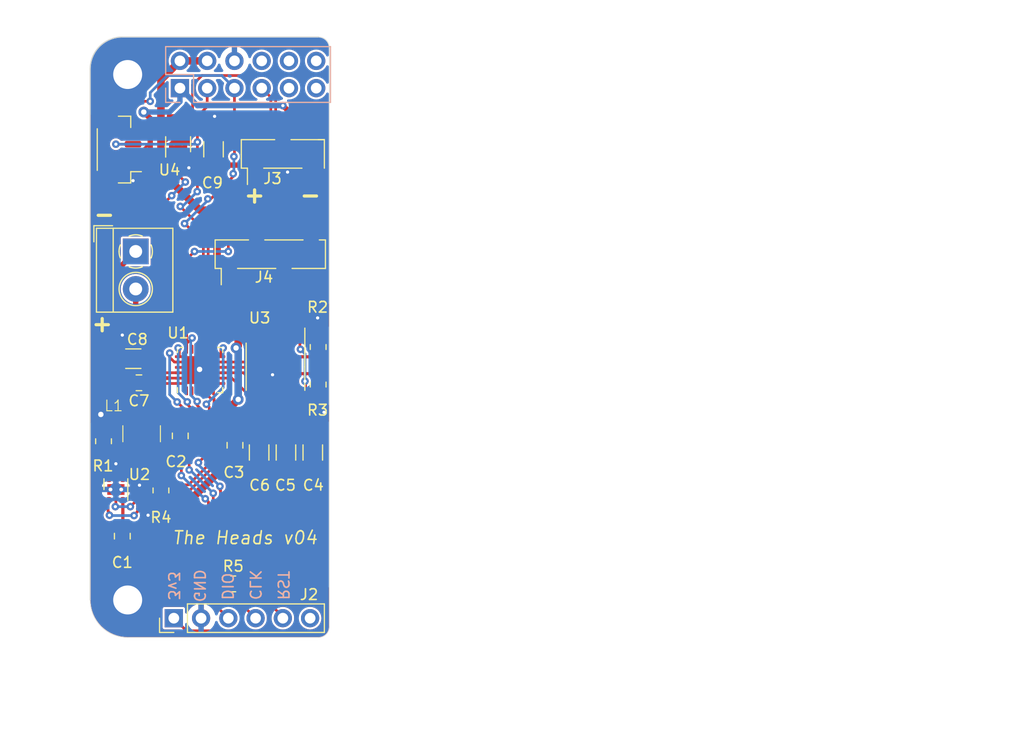
<source format=kicad_pcb>
(kicad_pcb (version 20221018) (generator pcbnew)
  (title_block (date "15 nov 2012"))
  (layers (0 "F.Cu" signal) (31 "B.Cu" signal) (34 "B.Paste" user) (35 "F.Paste" user) (36 "B.SilkS" user "B.Silkscreen") (37 "F.SilkS" user "F.Silkscreen") (38 "B.Mask" user) (39 "F.Mask" user) (44 "Edge.Cuts" user))
  (net 0 "")
  (net 1 "GND")
  (net 2 "+5V")
  (net 3 "+3V3")
  (net 4 "/+LED")
  (net 5 "/-LED")
  (net 6 "/SW")
  (net 7 "/PWM")
  (net 9 "/SDA")
  (net 10 "/SCL")
  (net 11 "/SEESAW_RST")
  (net 12 "Net-(J3-Pin_2)")
  (net 13 "/IR_EN")
  (net 20 "/AIN1")
  (net 21 "/AIN2")
  (net 22 "/BIN1")
  (net 23 "/BIN2")
  (net 28 "/LEDS")
  (net 30 "/SWDIO")
  (net 31 "/SWCLK")
  (net 32 "/AISEN")
  (net 33 "/BISEN")
  (net 34 "/VCP")
  (net 35 "/VINT")
  (net 36 "/AOUT1")
  (net 37 "/AOUT2")
  (net 38 "/BOUT1")
  (net 39 "/BOUT2")
  (footprint "Connector_PinHeader_2.54mm:PinHeader_1x04_P2.54mm_Vertical_SMD_Pin1Left" (layer "F.Cu") (at 116.79 64.255 90)
    (fp_text reference "J4")
    (fp_text value "Conn_01x04_Pin")
  )
  (footprint "Capacitor_SMD:C_1206_3216Metric" (layer "F.Cu") (at 118.25 82.75 -90)
    (fp_text reference "C5")
    (fp_text value "10uF")
  )
  (footprint "Package_DFN_QFN:QFN-24-1EP_4x4mm_P0.5mm_EP2.6x2.6mm" (layer "F.Cu") (at 110.25 75.0625 90)
    (fp_text reference "U1")
    (fp_text value "ATSAMD09D14A-M")
  )
  (footprint "Connector_JST:JST_SH_BM04B-SRSS-TB_1x04-1MP_P1.00mm_Vertical" (layer "F.Cu") (at 102.675 54.5 90)
    (fp_text reference "J6")
    (fp_text value "Conn_01x04")
  )
  (footprint "Capacitor_SMD:C_1206_3216Metric" (layer "F.Cu") (at 115.75 82.75 -90)
    (fp_text reference "C6")
    (fp_text value "10uF")
  )
  (footprint "Capacitor_SMD:C_0805_2012Metric" (layer "F.Cu") (at 103 90.55 90)
    (fp_text reference "C1")
    (fp_text value "4.7uF")
  )
  (footprint "Connector_PinHeader_2.54mm:PinHeader_1x06_P2.54mm_Vertical" (layer "F.Cu") (at 107.8 98.2 90)
    (fp_text reference "J2")
    (fp_text value "Conn_01x02")
  )
  (footprint "Capacitor_SMD:C_1206_3216Metric" (layer "F.Cu") (at 111.5 54.475 90)
    (fp_text reference "C9")
    (fp_text value "10uF")
  )
  (footprint "Resistor_SMD:R_0805_2012Metric" (layer "F.Cu") (at 106.6 86.2875 90)
    (fp_text reference "R4")
    (fp_text value "100k")
  )
  (footprint "Connector_PinHeader_2.54mm:PinHeader_1x03_P2.54mm_Vertical_SMD_Pin1Left" (layer "F.Cu") (at 117.96 54.905 90)
    (fp_text reference "J3")
    (fp_text value "Conn_01x03_Pin")
  )
  (footprint "Capacitor_SMD:C_1206_3216Metric" (layer "F.Cu") (at 104.025 74 180)
    (fp_text reference "C8")
    (fp_text value "10uF")
  )
  (footprint "Package_TO_SOT_SMD:SOT-353_SC-70-5" (layer "F.Cu") (at 108.2 54 90)
    (fp_text reference "U4")
    (fp_text value "74AHCT1G125")
  )
  (footprint "Package_SON:WSON-6-1EP_2x2mm_P0.65mm_EP1x1.6mm_ThermalVias" (layer "F.Cu") (at 102.4 86.2 90)
    (fp_text reference "U2")
    (fp_text value "~")
  )
  (footprint "TerminalBlock_4Ucon:TerminalBlock_4Ucon_1x02_P3.50mm_Horizontal" (layer "F.Cu") (at 104.25 64 -90)
    (fp_text reference "J5")
    (fp_text value "Conn_01x02")
  )
  (footprint "Capacitor_SMD:C_1206_3216Metric" (layer "F.Cu") (at 120.75 82.75 -90)
    (fp_text reference "C4")
    (fp_text value "10uF")
  )
  (footprint "Capacitor_SMD:C_0805_2012Metric" (layer "F.Cu") (at 113.5 82.075 90)
    (fp_text reference "C3")
    (fp_text value "0.1uF")
  )
  (footprint "Resistor_SMD:R_0805_2012Metric" (layer "F.Cu") (at 101.25 81.7 90)
    (fp_text reference "R1")
    (fp_text value "0.15")
  )
  (footprint "Resistor_SMD:R_0805_2012Metric" (layer "F.Cu") (at 113.3375 95)
    (fp_text reference "R5")
    (fp_text value "1k")
  )
  (footprint "Capacitor_SMD:C_0805_2012Metric" (layer "F.Cu") (at 108.4 81.2 90)
    (fp_text reference "C2")
    (fp_text value "10uF")
  )
  (footprint "Minor_Industries:Induct_1" (layer "F.Cu") (at 104.8 81 90)
    (fp_text reference "L1")
    (fp_text value "2.2uH")
  )
  (footprint "Resistor_SMD:R_0805_2012Metric" (layer "F.Cu") (at 121.25 76.4125 90)
    (fp_text reference "R3")
    (fp_text value "0.2")
  )
  (footprint "Capacitor_SMD:C_0805_2012Metric" (layer "F.Cu") (at 104.55 76.25 180)
    (fp_text reference "C7")
    (fp_text value "0.1uF")
  )
  (footprint "MountingHole:MountingHole_2.7mm_M2.5" (layer "F.Cu") (at 103.5 96.5)
    (fp_text reference "H2")
    (fp_text value "MountingHole")
  )
  (footprint "Package_SO:TSSOP-16_4.4x5mm_P0.65mm" (layer "F.Cu") (at 117.275 74.75 -90)
    (fp_text reference "U3")
    (fp_text value "DRV8833PW")
  )
  (footprint "MountingHole:MountingHole_2.7mm_M2.5" (layer "F.Cu") (at 103.5 47.5)
    (fp_text reference "H1")
    (fp_text value "MountingHole")
  )
  (footprint "Resistor_SMD:R_0805_2012Metric" (layer "F.Cu") (at 121.25 72.9125 -90)
    (fp_text reference "R2")
    (fp_text value "0.2")
  )
  (footprint "Connector_PinSocket_2.54mm:PinSocket_2x06_P2.54mm_Vertical" (layer "B.Cu") (at 108.37 48.77 -90)
    (fp_text reference "J1")
    (fp_text value "GPIO")
  )
  (gr_arc (start 103.5 100) (mid 101.025126 98.974874) (end 100 96.5) (stroke (width 0.05)) (layer "Edge.Cuts"))
  (gr_line (start 103.5 100) (end 121.292893 100) (stroke (width 0.05)) (layer "Edge.Cuts"))
  (gr_line locked (start 100 47) (end 100 96.5) (stroke (width 0.1)) (layer "Edge.Cuts"))
  (gr_arc (start 122.292893 99) (mid 122 99.707107) (end 121.292893 100) (stroke (width 0.05)) (layer "Edge.Cuts"))
  (gr_arc (start 121.292893 44) (mid 122 44.292893) (end 122.292893 45) (stroke (width 0.05)) (layer "Edge.Cuts"))
  (gr_arc (start 100 47) (mid 100.87868 44.87868) (end 103 44) (stroke (width 0.1)) (layer "Edge.Cuts"))
  (gr_line (start 122.292893 45) (end 122.292893 99) (stroke (width 0.05)) (layer "Edge.Cuts"))
  (gr_line (start 121.292893 44) (end 103 44) (stroke (width 0.1)) (layer "Edge.Cuts"))
  (gr_text "GND" (at 109.6 96.8 -90) (layer "B.SilkS") (effects (font (size 1 1)) (justify left bottom mirror)))
  (gr_text "CLK" (at 114.8 96.6 -90) (layer "B.SilkS") (effects (font (size 1 1)) (justify left bottom mirror)))
  (gr_text "3v3" (at 107.2 96.6 -90) (layer "B.SilkS") (effects (font (size 1 1)) (justify left bottom mirror)))
  (gr_text "RST" (at 117.4 96.6 -90) (layer "B.SilkS") (effects (font (size 1 1)) (justify left bottom mirror)))
  (gr_text "DIO" (at 112.2 96.6 -90) (layer "B.SilkS") (effects (font (size 1 1)) (justify left bottom mirror)))
  (gr_text "+" (at 114.2 59.6) (layer "F.SilkS") (effects (font (size 1.5 1.5) (thickness 0.3) bold) (justify left bottom)))
  (gr_text "+" (at 100 71.6) (layer "F.SilkS") (effects (font (size 1.5 1.5) (thickness 0.3) bold) (justify left bottom)))
  (gr_text "-" (at 100.2 61.4) (layer "F.SilkS") (effects (font (size 1.5 1.5) (thickness 0.3) bold) (justify left bottom)))
  (gr_text "-" (at 119.4 59.6) (layer "F.SilkS") (effects (font (size 1.5 1.5) (thickness 0.3) bold) (justify left bottom)))
  (gr_text "The Heads v04" (at 107.6 91.4) (layer "F.SilkS") (effects (font (size 1.2 1.2) (thickness 0.15) italic) (justify left bottom)))
  (segment (start 102.55 74) (end 103.1 74.55) (width 0.5) (layer "F.Cu") (net 1))
  (segment (start 104 56) (end 104 57.4) (width 0.25) (layer "F.Cu") (net 1))
  (segment (start 108.85 54.325) (end 108.85 54.95) (width 0.3) (layer "F.Cu") (net 1))
  (segment (start 102.4 85.3125) (end 102.4 83.8) (width 0.3) (layer "F.Cu") (net 1))
  (segment (start 103.1 74.55) (end 103.1 75.75) (width 0.5) (layer "F.Cu") (net 1))
  (segment (start 117.6 77.6125) (end 117.6 76.1) (width 0.3) (layer "F.Cu") (net 1))
  (segment (start 107.55 54.325) (end 107.6 54.275) (width 0.3) (layer "F.Cu") (net 1))
  (segment (start 117.6 76.1) (end 117 75.5) (width 0.3) (layer "F.Cu") (net 1))
  (segment (start 121.25 70.25) (end 121.2 70.2) (width 0.5) (layer "F.Cu") (net 1))
  (segment (start 111.5 53) (end 111.5 51.5) (width 0.5) (layer "F.Cu") (net 1))
  (segment (start 107.55 54.95) (end 107.55 54.325) (width 0.3) (layer "F.Cu") (net 1))
  (segment (start 120.5 56.56) (end 118.44 56.56) (width 0.5) (layer "F.Cu") (net 1))
  (segment (start 102.55 74) (end 102.55 72.25) (width 0.5) (layer "F.Cu") (net 1))
  (segment (start 107.6 54.275) (end 108.8 54.275) (width 0.3) (layer "F.Cu") (net 1))
  (segment (start 103.1 75.75) (end 103.6 76.25) (width 0.5) (layer "F.Cu") (net 1))
  (segment (start 108.85 54.95) (end 108.85 55.85) (width 0.3) (layer "F.Cu") (net 1))
  (segment (start 108.3125 75.8125) (end 109.5 75.8125) (width 0.25) (layer "F.Cu") (net 1))
  (segment (start 108.8 54.275) (end 108.85 54.325) (width 0.3) (layer "F.Cu") (net 1))
  (segment (start 101.25 80.7875) (end 101.25 79.45) (width 0.5) (layer "F.Cu") (net 1))
  (segment (start 108.85 55.85) (end 109.2 56.2) (width 0.3) (layer "F.Cu") (net 1))
  (segment (start 106.6 87.2) (end 106.6 87.4) (width 0.5) (layer "F.Cu") (net 1))
  (segment (start 121.25 78.45) (end 121.8 79) (width 0.5) (layer "F.Cu") (net 1))
  (segment (start 104.2 86.2) (end 104.6 85.8) (width 0.5) (layer "F.Cu") (net 1))
  (segment (start 118.44 56.56) (end 118.4 56.6) (width 0.5) (layer "F.Cu") (net 1))
  (segment (start 102.9 86.2) (end 104.2 86.2) (width 0.5) (layer "F.Cu") (net 1))
  (segment (start 102.55 72.25) (end 103 71.8) (width 0.5) (layer "F.Cu") (net 1))
  (segment (start 121.25 72) (end 121.25 70.25) (width 0.5) (layer "F.Cu") (net 1))
  (segment (start 109.5 75.8125) (end 110.25 75.0625) (width 0.25) (layer "F.Cu") (net 1))
  (segment (start 106.6 87.4) (end 105.4 88.6) (width 0.5) (layer "F.Cu") (net 1))
  (segment (start 121.25 77.325) (end 121.25 78.45) (width 0.5) (layer "F.Cu") (net 1))
  (segment (start 111.5 51.5) (end 111.6 51.4) (width 0.5) (layer "F.Cu") (net 1))
  (segment (start 101.25 79.45) (end 101 79.2) (width 0.5) (layer "F.Cu") (net 1))
  (via (at 104 57.4) (size 0.7) (drill 0.3) (layers "F.Cu" "B.Cu") (net 1))
  (via (at 109.2 56.2) (size 0.7) (drill 0.3) (layers "F.Cu" "B.Cu") (net 1))
  (via (at 111.6 51.4) (size 0.7) (drill 0.3) (layers "F.Cu" "B.Cu") (net 1))
  (via (at 102.4 83.8) (size 0.7) (drill 0.3) (layers "F.Cu" "B.Cu") (net 1))
  (via (at 118.4 56.6) (size 0.7) (drill 0.3) (layers "F.Cu" "B.Cu") (net 1))
  (via (at 101 79.2) (size 1) (drill 0.5) (layers "F.Cu" "B.Cu") (net 1))
  (via (at 121.2 70.2) (size 0.7) (drill 0.3) (layers "F.Cu" "B.Cu") (net 1))
  (via (at 117 75.5) (size 0.7) (drill 0.3) (layers "F.Cu" "B.Cu") (net 1))
  (via (at 110.2 75) (size 1) (drill 0.5) (layers "F.Cu" "B.Cu") (net 1))
  (via (at 105.4 88.6) (size 0.7) (drill 0.3) (layers "F.Cu" "B.Cu") (net 1))
  (via (at 121.8 79) (size 0.7) (drill 0.3) (layers "F.Cu" "B.Cu") (net 1))
  (via (at 104.6 85.8) (size 0.7) (drill 0.3) (layers "F.Cu" "B.Cu") (net 1))
  (via (at 103 71.8) (size 0.7) (drill 0.3) (layers "F.Cu" "B.Cu") (net 1))
  (segment (start 114.81 55.95) (end 115.42 56.56) (width 0.5) (layer "F.Cu") (net 2))
  (segment (start 113.8 69.8) (end 111.83 67.83) (width 0.7) (layer "F.Cu") (net 2))
  (segment (start 116.95 77.6125) (end 116.95 78.7) (width 0.3) (layer "F.Cu") (net 2))
  (segment (start 110.225 60.15) (end 111.83 60.15) (width 0.7) (layer "F.Cu") (net 2))
  (segment (start 103.05 87.0875) (end 103.05 89.55) (width 0.3) (layer "F.Cu") (net 2))
  (segment (start 106.925 89.6) (end 113.5 83.025) (width 0.7) (layer "F.Cu") (net 2))
  (segment (start 116.95 78.7) (end 117 78.75) (width 0.3) (layer "F.Cu") (net 2))
  (segment (start 113.8 72.8) (end 113.8 69.8) (width 0.7) (layer "F.Cu") (net 2))
  (segment (start 117 78.75) (end 117 80.025) (width 0.5) (layer "F.Cu") (net 2))
  (segment (start 112.225 81.75) (end 113.5 83.025) (width 0.7) (layer "F.Cu") (net 2))
  (segment (start 106.6 48) (end 106.6 56.525) (width 0.7) (layer "F.Cu") (net 2))
  (segment (start 111.83 67.83) (end 111.83 60.15) (width 0.7) (layer "F.Cu") (net 2))
  (segment (start 115.75 81.275) (end 118.25 81.275) (width 0.5) (layer "F.Cu") (net 2))
  (segment (start 113.6 73) (end 113.8 72.8) (width 0.7) (layer "F.Cu") (net 2))
  (segment (start 113.5 83.025) (end 114 83.025) (width 0.5) (layer "F.Cu") (net 2))
  (segment (start 111.83 60.15) (end 115.42 56.56) (width 0.7) (layer "F.Cu") (net 2))
  (segment (start 112.225 79.375) (end 112.225 81.75) (width 0.7) (layer "F.Cu") (net 2))
  (segment (start 106.6 54) (end 106.6 56.525) (width 0.5) (layer "F.Cu") (net 2))
  (segment (start 110.91 46.23) (end 108.37 46.23) (width 0.7) (layer "F.Cu") (net 2))
  (segment (start 114 83.025) (end 115.75 81.275) (width 0.7) (layer "F.Cu") (net 2))
  (segment (start 107.55 53.05) (end 106.6 54) (width 0.5) (layer "F.Cu") (net 2))
  (segment (start 103.05 89.55) (end 103 89.6) (width 0.3) (layer "F.Cu") (net 2))
  (segment (start 113.8 77.8) (end 112.225 79.375) (width 0.7) (layer "F.Cu") (net 2))
  (segment (start 117 80.025) (end 115.75 81.275) (width 0.5) (layer "F.Cu") (net 2))
  (segment (start 111.5 55.95) (end 114.81 55.95) (width 0.5) (layer "F.Cu") (net 2))
  (segment (start 106.6 56.525) (end 110.225 60.15) (width 0.7) (layer "F.Cu") (net 2))
  (segment (start 103 89.6) (end 106.925 89.6) (width 0.7) (layer "F.Cu") (net 2))
  (segment (start 108.37 46.23) (end 106.6 48) (width 0.7) (layer "F.Cu") (net 2))
  (via (at 113.6 73) (size 1) (drill 0.5) (layers "F.Cu" "B.Cu") (net 2))
  (via (at 113.8 77.8) (size 1) (drill 0.5) (layers "F.Cu" "B.Cu") (net 2))
  (segment (start 113.6 73) (end 113.8 73.2) (width 0.7) (layer "B.Cu") (net 2))
  (segment (start 113.8 73.2) (end 113.8 77.8) (width 0.7) (layer "B.Cu") (net 2))
  (segment (start 120.075 76.152138) (end 120.075 78.426041) (width 0.25) (layer "F.Cu") (net 3))
  (segment (start 119.55 73.0755) (end 119.6 73.1255) (width 0.25) (layer "F.Cu") (net 3))
  (segment (start 105.5 76.25) (end 105.5625 76.3125) (width 0.25) (layer "F.Cu") (net 3))
  (segment (start 120 70.268629) (end 121.6 68.668629) (width 0.5) (layer "F.Cu") (net 3))
  (segment (start 104.446751 55) (end 105.6 53.846751) (width 0.25) (layer "F.Cu") (net 3))
  (segment (start 104 55) (end 104.446751 55) (width 0.25) (layer "F.Cu") (net 3))
  (segment (start 108.975 99.375) (end 107.8 98.2) (width 0.25) (layer "F.Cu") (net 3))
  (segment (start 121.6 54.0355) (end 117.9645 50.4) (width 0.5) (layer "F.Cu") (net 3))
  (segment (start 119.135 97.713299) (end 119.135 98.686701) (width 0.25) (layer "F.Cu") (net 3))
  (segment (start 118.446701 99.375) (end 117.473299 99.375) (width 0.25) (layer "F.Cu") (net 3))
  (segment (start 105.6 53.846751) (end 105.6 51.6) (width 0.25) (layer "F.Cu") (net 3))
  (segment (start 119.55 71.8875) (end 119.55 73.0755) (width 0.25) (layer "F.Cu") (net 3))
  (segment (start 119.135 98.686701) (end 118.446701 99.375) (width 0.25) (layer "F.Cu") (net 3))
  (segment (start 119.55 71.8875) (end 119.55 71.05) (width 0.3) (layer "F.Cu") (net 3))
  (segment (start 105.9 73.6) (end 105.5 74) (width 0.5) (layer "F.Cu") (net 3))
  (segment (start 121.975 94.873299) (end 119.135 97.713299) (width 0.25) (layer "F.Cu") (net 3))
  (segment (start 105 51) (end 105.6 51.6) (width 0.5) (layer "F.Cu") (net 3))
  (segment (start 119.55 71.05) (end 120 70.6) (width 0.3) (layer "F.Cu") (net 3))
  (segment (start 105.6 51.6) (end 105.6 62.05) (width 0.5) (layer "F.Cu") (net 3))
  (segment (start 114.25 95) (end 116.595 97.345) (width 0.25) (layer "F.Cu") (net 3))
  (segment (start 116.595 97.345) (end 116.595 98.686701) (width 0.25) (layer "F.Cu") (net 3))
  (segment (start 120.075 78.426041) (end 121.975 80.326041) (width 0.25) (layer "F.Cu") (net 3))
  (segment (start 116.785 97.535) (end 114.25 95) (width 0.25) (layer "F.Cu") (net 3))
  (segment (start 117.473299 99.375) (end 116.785 98.686701) (width 0.25) (layer "F.Cu") (net 3))
  (segment (start 105.9 62.35) (end 105.9 73.6) (width 0.5) (layer "F.Cu") (net 3))
  (segment (start 121.6 68.668629) (end 121.6 54.0355) (width 0.5) (layer "F.Cu") (net 3))
  (segment (start 121.975 80.326041) (end 121.975 94.873299) (width 0.25) (layer "F.Cu") (net 3))
  (segment (start 105.5 76.25) (end 105.5 74) (width 0.5) (layer "F.Cu") (net 3))
  (segment (start 115.906701 99.375) (end 108.975 99.375) (width 0.25) (layer "F.Cu") (net 3))
  (segment (start 120 70.6) (end 120 70.268629) (width 0.5) (layer "F.Cu") (net 3))
  (segment (start 116.785 98.686701) (end 116.785 97.535) (width 0.25) (layer "F.Cu") (net 3))
  (segment (start 105.6 62.05) (end 105.9 62.35) (width 0.5) (layer "F.Cu") (net 3))
  (segment (start 120.0245 76.101638) (end 120.075 76.152138) (width 0.25) (layer "F.Cu") (net 3))
  (segment (start 105.5625 76.3125) (end 108.3125 76.3125) (width 0.25) (layer "F.Cu") (net 3))
  (segment (start 116.595 98.686701) (end 115.906701 99.375) (width 0.25) (layer "F.Cu") (net 3))
  (via (at 120.0245 76.101638) (size 0.7) (drill 0.3) (layers "F.Cu" "B.Cu") (net 3))
  (via (at 119.6 73.1255) (size 0.7) (drill 0.3) (layers "F.Cu" "B.Cu") (net 3))
  (via (at 117.9645 50.4) (size 0.7) (drill 0.3) (layers "F.Cu" "B.Cu") (net 3))
  (via (at 105 51) (size 1) (drill 0.5) (layers "F.Cu" "B.Cu") (net 3))
  (segment (start 108.37 50.03) (end 108.37 48.77) (width 0.5) (layer "B.Cu") (net 3))
  (segment (start 117.9645 50.4) (end 110 50.4) (width 0.5) (layer "B.Cu") (net 3))
  (segment (start 105 51) (end 107.4 51) (width 0.5) (layer "B.Cu") (net 3))
  (segment (start 110 50.4) (end 108.37 48.77) (width 0.5) (layer "B.Cu") (net 3))
  (segment (start 107.4 51) (end 108.37 50.03) (width 0.5) (layer "B.Cu") (net 3))
  (segment (start 120.0245 73.55) (end 119.6 73.1255) (width 0.25) (layer "B.Cu") (net 3))
  (segment (start 120.0245 76.101638) (end 120.0245 73.55) (width 0.25) (layer "B.Cu") (net 3))
  (segment (start 104.55 75.45) (end 104.25 75.15) (width 0.5) (layer "F.Cu") (net 4))
  (segment (start 107.675 79.525) (end 108.4 80.25) (width 0.5) (layer "F.Cu") (net 4))
  (segment (start 104.8 79.525) (end 104.55 79.275) (width 0.5) (layer "F.Cu") (net 4))
  (segment (start 104.55 79.275) (end 104.55 75.45) (width 0.5) (layer "F.Cu") (net 4))
  (segment (start 104.25 75.15) (end 104.25 67.5) (width 0.5) (layer "F.Cu") (net 4))
  (segment (start 104.8 79.525) (end 107.675 79.525) (width 0.5) (layer "F.Cu") (net 4))
  (segment (start 101.4 66.85) (end 104.25 64) (width 0.5) (layer "F.Cu") (net 5))
  (segment (start 101.25 82.6125) (end 102.4 81.4625) (width 0.5) (layer "F.Cu") (net 5))
  (segment (start 102.4 81.4625) (end 102.4 76) (width 0.5) (layer "F.Cu") (net 5))
  (segment (start 101.75 85.3125) (end 101.2 84.7625) (width 0.3) (layer "F.Cu") (net 5))
  (segment (start 101.4 75) (end 101.4 66.85) (width 0.5) (layer "F.Cu") (net 5))
  (segment (start 102.4 76) (end 101.4 75) (width 0.5) (layer "F.Cu") (net 5))
  (segment (start 101.2 82.6625) (end 101.25 82.6125) (width 0.3) (layer "F.Cu") (net 5))
  (segment (start 101.2 84.7625) (end 101.2 82.6625) (width 0.3) (layer "F.Cu") (net 5))
  (segment (start 103.05 85.3125) (end 103.05 84.225) (width 0.3) (layer "F.Cu") (net 6))
  (segment (start 103.05 84.225) (end 104.8 82.475) (width 0.3) (layer "F.Cu") (net 6))
  (segment (start 101.8 88.355976) (end 101.6755 88.231476) (width 0.25) (layer "F.Cu") (net 7))
  (segment (start 105.973396 86.2125) (end 109.357906 86.2125) (width 0.25) (layer "F.Cu") (net 7))
  (segment (start 109.357906 86.2125) (end 111.55 84.020406) (width 0.25) (layer "F.Cu") (net 7))
  (segment (start 111.55 84.020406) (end 111.55 77.7375) (width 0.25) (layer "F.Cu") (net 7))
  (segment (start 101.8 88.6) (end 101.8 88.355976) (width 0.25) (layer "F.Cu") (net 7))
  (segment (start 111.276992 77.7375) (end 111 77.460508) (width 0.25) (layer "F.Cu") (net 7))
  (segment (start 104.4245 87.761396) (end 105.973396 86.2125) (width 0.25) (layer "F.Cu") (net 7))
  (segment (start 101.6755 87.162) (end 101.75 87.0875) (width 0.25) (layer "F.Cu") (net 7))
  (segment (start 101.6755 88.231476) (end 101.6755 87.162) (width 0.25) (layer "F.Cu") (net 7))
  (segment (start 104.4245 88.252192) (end 104.4245 87.761396) (width 0.25) (layer "F.Cu") (net 7))
  (segment (start 104.018288 88.658404) (end 104.4245 88.252192) (width 0.25) (layer "F.Cu") (net 7))
  (segment (start 111.55 77.7375) (end 111.276992 77.7375) (width 0.25) (layer "F.Cu") (net 7))
  (segment (start 111 77.460508) (end 111 77) (width 0.25) (layer "F.Cu") (net 7))
  (via (at 101.8 88.6) (size 0.7) (drill 0.3) (layers "F.Cu" "B.Cu") (net 7))
  (via (at 104.096052 88.630064) (size 0.7) (drill 0.3) (layers "F.Cu" "B.Cu") (net 7))
  (segment (start 101.8 88.6) (end 101.830064 88.630064) (width 0.25) (layer "B.Cu") (net 7))
  (segment (start 104.046628 88.630064) (end 104.018288 88.658404) (width 0.25) (layer "B.Cu") (net 7))
  (segment (start 104.096052 88.630064) (end 104.046628 88.630064) (width 0.25) (layer "B.Cu") (net 7))
  (segment (start 101.830064 88.630064) (end 104.096052 88.630064) (width 0.25) (layer "B.Cu") (net 7))
  (segment (start 110.5 72.664492) (end 110.5 73.125) (width 0.25) (layer "F.Cu") (net 9))
  (segment (start 110 53.8) (end 110 58.4) (width 0.25) (layer "F.Cu") (net 9))
  (segment (start 110.91 50.49) (end 110 51.4) (width 0.25) (layer "F.Cu") (net 9))
  (segment (start 110.91 48.77) (end 110.91 50.49) (width 0.25) (layer "F.Cu") (net 9))
  (segment (start 110 58.4) (end 109.979609 58.420391) (width 0.25) (layer "F.Cu") (net 9))
  (segment (start 108.495391 59.904609) (end 111 62.409218) (width 0.25) (layer "F.Cu") (net 9))
  (segment (start 111 62.409218) (end 111 72.164492) (width 0.25) (layer "F.Cu") (net 9))
  (segment (start 108.495391 59.895391) (end 108.4 59.8) (width 0.25) (layer "F.Cu") (net 9))
  (segment (start 110 51.4) (end 110 53.8) (width 0.25) (layer "F.Cu") (net 9))
  (segment (start 111 72.164492) (end 110.5 72.664492) (width 0.25) (layer "F.Cu") (net 9))
  (segment (start 108.495391 59.904609) (end 108.495391 59.895391) (width 0.25) (layer "F.Cu") (net 9))
  (segment (start 104 54) (end 102.4 54) (width 0.25) (layer "F.Cu") (net 9))
  (via (at 109.979609 58.420391) (size 0.7) (drill 0.3) (layers "F.Cu" "B.Cu") (net 9))
  (via (at 110 53.8) (size 0.7) (drill 0.3) (layers "F.Cu" "B.Cu") (net 9))
  (via (at 108.4 59.8) (size 0.7) (drill 0.3) (layers "F.Cu" "B.Cu") (net 9))
  (via (at 102.4 54) (size 0.7) (drill 0.3) (layers "F.Cu" "B.Cu") (net 9))
  (segment (start 109.8 54) (end 110 53.8) (width 0.25) (layer "B.Cu") (net 9))
  (segment (start 102.4 54) (end 109.8 54) (width 0.25) (layer "B.Cu") (net 9))
  (segment (start 108.6 59.8) (end 109.979609 58.420391) (width 0.25) (layer "B.Cu") (net 9))
  (segment (start 108.4 59.8) (end 108.6 59.8) (width 0.25) (layer "B.Cu") (net 9))
  (segment (start 104 50.833273) (end 104.833273 50) (width 0.25) (layer "F.Cu") (net 10))
  (segment (start 113.333781 57.007859) (end 113.333781 56.7495) (width 0.25) (layer "F.Cu") (net 10))
  (segment (start 110 72.528096) (end 110 73.05) (width 0.25) (layer "F.Cu") (net 10))
  (segment (start 108.887619 61.487619) (end 108.8 61.4) (width 0.25) (layer "F.Cu") (net 10))
  (segment (start 110.967062 59.1005) (end 111.24114 59.1005) (width 0.25) (layer "F.Cu") (net 10))
  (segment (start 110.55 71.978096) (end 110 72.528096) (width 0.25) (layer "F.Cu") (net 10))
  (segment (start 113.45 55.1005) (end 113.4 55.1505) (width 0.25) (layer "F.Cu") (net 10))
  (segment (start 113.45 48.77) (end 113.45 55.1005) (width 0.25) (layer "F.Cu") (net 10))
  (segment (start 111.24114 59.1005) (end 113.333781 57.007859) (width 0.25) (layer "F.Cu") (net 10))
  (segment (start 104.833273 50) (end 105.6 50) (width 0.25) (layer "F.Cu") (net 10))
  (segment (start 108.912381 61.487619) (end 110.55 63.125238) (width 0.25) (layer "F.Cu") (net 10))
  (segment (start 110.55 63.125238) (end 110.55 71.978096) (width 0.25) (layer "F.Cu") (net 10))
  (segment (start 108.912381 61.487619) (end 108.887619 61.487619) (width 0.25) (layer "F.Cu") (net 10))
  (segment (start 104 53) (end 104 50.833273) (width 0.25) (layer "F.Cu") (net 10))
  (via (at 110.967062 59.1005) (size 0.7) (drill 0.3) (layers "F.Cu" "B.Cu") (net 10))
  (via (at 113.4 55.1505) (size 0.7) (drill 0.3) (layers "F.Cu" "B.Cu") (net 10))
  (via (at 113.333781 56.7495) (size 0.7) (drill 0.3) (layers "F.Cu" "B.Cu") (net 10))
  (via (at 105.6 50) (size 0.7) (drill 0.3) (layers "F.Cu" "B.Cu") (net 10))
  (via (at 108.8 61.4) (size 0.7) (drill 0.3) (layers "F.Cu" "B.Cu") (net 10))
  (segment (start 112.275 47.595) (end 113.45 48.77) (width 0.25) (layer "B.Cu") (net 10))
  (segment (start 107.195 47.595) (end 112.275 47.595) (width 0.25) (layer "B.Cu") (net 10))
  (segment (start 113.4 56.683281) (end 113.333781 56.7495) (width 0.25) (layer "B.Cu") (net 10))
  (segment (start 108.8 61.4) (end 110.967062 59.232938) (width 0.25) (layer "B.Cu") (net 10))
  (segment (start 105.6 49.19) (end 107.195 47.595) (width 0.25) (layer "B.Cu") (net 10))
  (segment (start 105.6 50) (end 105.6 49.19) (width 0.25) (layer "B.Cu") (net 10))
  (segment (start 110.967062 59.232938) (end 110.967062 59.1005) (width 0.25) (layer "B.Cu") (net 10))
  (segment (start 113.4 55.1505) (end 113.4 56.683281) (width 0.25) (layer "B.Cu") (net 10))
  (segment (start 111.923201 93.123201) (end 112.4 93.6) (width 0.25) (layer "F.Cu") (net 11))
  (segment (start 109 72.57515) (end 109.502332 72.072818) (width 0.25) (layer "F.Cu") (net 11))
  (segment (start 112.095915 86.21724) (end 112.148201 86.269526) (width 0.25) (layer "F.Cu") (net 11))
  (segment (start 112.8795 64) (end 112.8795 61.5055) (width 0.25) (layer "F.Cu") (net 11))
  (segment (start 116.84 49.62) (end 115.99 48.77) (width 0.25) (layer "F.Cu") (net 11))
  (segment (start 115.0875 94.311827) (end 115.0875 95.201104) (width 0.25) (layer "F.Cu") (net 11))
  (segment (start 109.972245 78.338867) (end 109.972245 77.991793) (width 0.25) (layer "F.Cu") (net 11))
  (segment (start 110.092424 83.692425) (end 110.65 83.134849) (width 0.25) (layer "F.Cu") (net 11))
  (segment (start 115.0875 95.201104) (end 117.96 98.073604) (width 0.25) (layer "F.Cu") (net 11))
  (segment (start 112.4 93.6) (end 114.375673 93.6) (width 0.25) (layer "F.Cu") (net 11))
  (segment (start 111.923201 87.053716) (end 111.923201 93.123201) (width 0.25) (layer "F.Cu") (net 11))
  (segment (start 116.84 57.545) (end 116.84 49.62) (width 0.25) (layer "F.Cu") (net 11))
  (segment (start 117.96 98.073604) (end 117.96 98.2) (width 0.25) (layer "F.Cu") (net 11))
  (segment (start 112.148201 86.269526) (end 112.148201 86.828716) (width 0.25) (layer "F.Cu") (net 11))
  (segment (start 114.375673 93.6) (end 115.0875 94.311827) (width 0.25) (layer "F.Cu") (net 11))
  (segment (start 112.8795 61.5055) (end 116.84 57.545) (width 0.25) (layer "F.Cu") (net 11))
  (segment (start 110.65 83.134849) (end 110.65 79.016622) (width 0.25) (layer "F.Cu") (net 11))
  (segment (start 110.65 79.016622) (end 109.972245 78.338867) (width 0.25) (layer "F.Cu") (net 11))
  (segment (start 109 64.7255) (end 109.7255 64) (width 0.25) (layer "F.Cu") (net 11))
  (segment (start 109 73.125) (end 109 72.57515) (width 0.25) (layer "F.Cu") (net 11))
  (segment (start 109 73.125) (end 109 64.7255) (width 0.25) (layer "F.Cu") (net 11))
  (segment (start 112.148201 86.828716) (end 111.923201 87.053716) (width 0.25) (layer "F.Cu") (net 11))
  (segment (start 112.095915 85.900021) (end 112.095915 86.21724) (width 0.25) (layer "F.Cu") (net 11))
  (via (at 110.092424 83.692425) (size 0.7) (drill 0.3) (layers "F.Cu" "B.Cu") (net 11))
  (via (at 112.095915 85.900021) (size 0.7) (drill 0.3) (layers "F.Cu" "B.Cu") (net 11))
  (via (at 109.502332 72.072818) (size 0.7) (drill 0.3) (layers "F.Cu" "B.Cu") (net 11))
  (via (at 109.972245 77.991793) (size 0.7) (drill 0.3) (layers "F.Cu" "B.Cu") (net 11))
  (via (at 109.7255 64) (size 0.7) (drill 0.3) (layers "F.Cu" "B.Cu") (net 11))
  (via (at 112.8795 64) (size 0.7) (drill 0.3) (layers "F.Cu" "B.Cu") (net 11))
  (segment (start 109.502332 72.072818) (end 109.375 72.20015) (width 0.25) (layer "B.Cu") (net 11))
  (segment (start 109.375 72.20015) (end 109.375 77.394548) (width 0.25) (layer "B.Cu") (net 11))
  (segment (start 110.092424 83.892424) (end 112.095915 85.895915) (width 0.25) (layer "B.Cu") (net 11))
  (segment (start 109.7255 64) (end 112.8795 64) (width 0.25) (layer "B.Cu") (net 11))
  (segment (start 109.375 77.394548) (end 109.972245 77.991793) (width 0.25) (layer "B.Cu") (net 11))
  (segment (start 110.092424 83.692425) (end 110.092424 83.892424) (width 0.25) (layer "B.Cu") (net 11))
  (segment (start 112.095915 85.895915) (end 112.095915 85.900021) (width 0.25) (layer "B.Cu") (net 11))
  (segment (start 116.476701 47.595) (end 117.29 48.408299) (width 0.25) (layer "F.Cu") (net 12))
  (segment (start 109.55 52.35) (end 109.55 48.468299) (width 0.25) (layer "F.Cu") (net 12))
  (segment (start 117.29 52.58) (end 117.96 53.25) (width 0.25) (layer "F.Cu") (net 12))
  (segment (start 117.29 48.408299) (end 117.29 52.58) (width 0.25) (layer "F.Cu") (net 12))
  (segment (start 109.55 48.468299) (end 110.423299 47.595) (width 0.25) (layer "F.Cu") (net 12))
  (segment (start 108.85 53.05) (end 109.55 52.35) (width 0.25) (layer "F.Cu") (net 12))
  (segment (start 110.423299 47.595) (end 116.476701 47.595) (width 0.25) (layer "F.Cu") (net 12))
  (segment (start 112.1875 73.8125) (end 112.1875 73.2125) (width 0.25) (layer "F.Cu") (net 13))
  (segment (start 111.1 78.512027) (end 111.1 83.83401) (width 0.25) (layer "F.Cu") (net 13))
  (segment (start 110.834827 78.246854) (end 111.1 78.512027) (width 0.25) (layer "F.Cu") (net 13))
  (segment (start 102.4 87.0875) (end 102.4 87.7505) (width 0.25) (layer "F.Cu") (net 13))
  (segment (start 111.1 83.83401) (end 109.17151 85.7625) (width 0.25) (layer "F.Cu") (net 13))
  (segment (start 106.9875 85.7625) (end 106.6 85.375) (width 0.25) (layer "F.Cu") (net 13))
  (segment (start 102.4 87.7505) (end 102.3505 87.8) (width 0.25) (layer "F.Cu") (net 13))
  (segment (start 109.17151 85.7625) (end 106.9875 85.7625) (width 0.25) (layer "F.Cu") (net 13))
  (segment (start 103.7495 87.8) (end 106.1745 85.375) (width 0.25) (layer "F.Cu") (net 13))
  (segment (start 106.1745 85.375) (end 106.6 85.375) (width 0.25) (layer "F.Cu") (net 13))
  (segment (start 112.1875 73.2125) (end 112.4 73) (width 0.25) (layer "F.Cu") (net 13))
  (via (at 102.3505 87.8) (size 0.7) (drill 0.3) (layers "F.Cu" "B.Cu") (net 13))
  (via (at 112.4 73) (size 0.7) (drill 0.3) (layers "F.Cu" "B.Cu") (net 13))
  (via (at 103.7495 87.8) (size 0.7) (drill 0.3) (layers "F.Cu" "B.Cu") (net 13))
  (via (at 110.834827 78.246854) (size 0.7) (drill 0.3) (layers "F.Cu" "B.Cu") (net 13))
  (segment (start 112.4 76.681681) (end 112.4 73) (width 0.25) (layer "B.Cu") (net 13))
  (segment (start 102.3505 87.8) (end 103.7495 87.8) (width 0.25) (layer "B.Cu") (net 13))
  (segment (start 110.834827 78.246854) (end 112.4 76.681681) (width 0.25) (layer "B.Cu") (net 13))
  (segment (start 117.698896 74.3125) (end 119.35 75.963604) (width 0.25) (layer "F.Cu") (net 20))
  (segment (start 112.1875 74.3125) (end 117.698896 74.3125) (width 0.25) (layer "F.Cu") (net 20))
  (segment (start 119.35 76.588536) (end 119.55 76.788536) (width 0.25) (layer "F.Cu") (net 20))
  (segment (start 119.55 76.788536) (end 119.55 77.6125) (width 0.25) (layer "F.Cu") (net 20))
  (segment (start 119.35 75.963604) (end 119.35 76.588536) (width 0.25) (layer "F.Cu") (net 20))
  (segment (start 118.9 76.15) (end 118.9 77.1375) (width 0.25) (layer "F.Cu") (net 21))
  (segment (start 112.1875 74.8125) (end 117.5625 74.8125) (width 0.25) (layer "F.Cu") (net 21))
  (segment (start 117.5625 74.8125) (end 118.9 76.15) (width 0.25) (layer "F.Cu") (net 21))
  (segment (start 113.2 75.8125) (end 112.1875 75.8125) (width 0.25) (layer "F.Cu") (net 22))
  (segment (start 115 77.6125) (end 113.2 75.8125) (width 0.25) (layer "F.Cu") (net 22))
  (segment (start 115.65 77.6125) (end 115.65 76.673959) (width 0.25) (layer "F.Cu") (net 23))
  (segment (start 115.65 76.673959) (end 114.288541 75.3125) (width 0.25) (layer "F.Cu") (net 23))
  (segment (start 114.288541 75.3125) (end 112.1875 75.3125) (width 0.25) (layer "F.Cu") (net 23))
  (segment (start 108.2 56.852914) (end 108.2 54.95) (width 0.25) (layer "F.Cu") (net 28))
  (segment (start 108.873543 57.526457) (end 108.2 56.852914) (width 0.25) (layer "F.Cu") (net 28))
  (segment (start 106.9125 75.3125) (end 106.475 74.875) (width 0.25) (layer "F.Cu") (net 28))
  (segment (start 106.475 59.925) (end 107.601457 58.798543) (width 0.25) (layer "F.Cu") (net 28))
  (segment (start 108.3125 75.3125) (end 106.9125 75.3125) (width 0.25) (layer "F.Cu") (net 28))
  (segment (start 106.475 74.875) (end 106.475 59.925) (width 0.25) (layer "F.Cu") (net 28))
  (via (at 108.873543 57.526457) (size 0.7) (drill 0.3) (layers "F.Cu" "B.Cu") (net 28))
  (via (at 107.601457 58.798543) (size 0.7) (drill 0.3) (layers "F.Cu" "B.Cu") (net 28))
  (segment (start 107.601457 58.798543) (end 108.873543 57.526457) (width 0.25) (layer "B.Cu") (net 28))
  (segment (start 110.734588 87.062499) (end 111.023201 87.351112) (width 0.25) (layer "F.Cu") (net 30))
  (segment (start 108.5 84.9) (end 108.5 83.694565) (width 0.25) (layer "F.Cu") (net 30))
  (segment (start 107.413223 73.873731) (end 107.413223 73.480113) (width 0.25) (layer "F.Cu") (net 30))
  (segment (start 111.023201 96.343201) (end 112.88 98.2) (width 0.25) (layer "F.Cu") (net 30))
  (segment (start 109.75 82.444565) (end 109.75 79.677326) (width 0.25) (layer "F.Cu") (net 30))
  (segment (start 111.023201 87.351112) (end 111.023201 96.343201) (width 0.25) (layer "F.Cu") (net 30))
  (segment (start 108.3125 74.3125) (end 107.851992 74.3125) (width 0.25) (layer "F.Cu") (net 30))
  (segment (start 108.5 83.694565) (end 109.75 82.444565) (width 0.25) (layer "F.Cu") (net 30))
  (segment (start 107.851992 74.3125) (end 107.413223 73.873731) (width 0.25) (layer "F.Cu") (net 30))
  (segment (start 109.75 79.677326) (end 108.109434 78.03676) (width 0.25) (layer "F.Cu") (net 30))
  (via (at 107.413223 73.480113) (size 0.7) (drill 0.3) (layers "F.Cu" "B.Cu") (net 30))
  (via (at 110.734588 87.062499) (size 0.7) (drill 0.3) (layers "F.Cu" "B.Cu") (net 30))
  (via (at 108.5 84.9) (size 0.7) (drill 0.3) (layers "F.Cu" "B.Cu") (net 30))
  (via (at 108.109434 78.03676) (size 0.7) (drill 0.3) (layers "F.Cu" "B.Cu") (net 30))
  (segment (start 107.413223 73.480113) (end 107.413223 77.340549) (width 0.25) (layer "B.Cu") (net 30))
  (segment (start 110.662499 87.062499) (end 110.734588 87.062499) (width 0.25) (layer "B.Cu") (net 30))
  (segment (start 107.413223 77.340549) (end 108.109434 78.03676) (width 0.25) (layer "B.Cu") (net 30))
  (segment (start 108.5 84.9) (end 110.662499 87.062499) (width 0.25) (layer "B.Cu") (net 30))
  (segment (start 112.425 95) (end 112.425 95.205) (width 0.25) (layer "F.Cu") (net 31))
  (segment (start 109.231955 83.599006) (end 110.2 82.630961) (width 0.25) (layer "F.Cu") (net 31))
  (segment (start 110.2 79.4) (end 109.055572 78.255572) (width 0.25) (layer "F.Cu") (net 31))
  (segment (start 109.45279 84.524465) (end 109.379245 84.524465) (width 0.25) (layer "F.Cu") (net 31))
  (segment (start 109.379245 84.524465) (end 109.231955 84.377175) (width 0.25) (layer "F.Cu") (net 31))
  (segment (start 108.3125 73.8125) (end 108.3125 73.1125) (width 0.25) (layer "F.Cu") (net 31))
  (segment (start 112.425 95.205) (end 115.42 98.2) (width 0.25) (layer "F.Cu") (net 31))
  (segment (start 109.231955 84.377175) (end 109.231955 83.599006) (width 0.25) (layer "F.Cu") (net 31))
  (segment (start 111.473201 94.048201) (end 112.425 95) (width 0.25) (layer "F.Cu") (net 31))
  (segment (start 111.473201 86.549121) (end 111.473201 94.048201) (width 0.25) (layer "F.Cu") (net 31))
  (segment (start 110.2 82.630961) (end 110.2 79.4) (width 0.25) (layer "F.Cu") (net 31))
  (segment (start 109.055572 78.255572) (end 109.055572 78.029009) (width 0.25) (layer "F.Cu") (net 31))
  (segment (start 108.3125 73.1125) (end 108.2 73) (width 0.25) (layer "F.Cu") (net 31))
  (via (at 111.473201 86.549121) (size 0.7) (drill 0.3) (layers "F.Cu" "B.Cu") (net 31))
  (via (at 108.2 73) (size 0.7) (drill 0.3) (layers "F.Cu" "B.Cu") (net 31))
  (via (at 109.055572 78.029009) (size 0.7) (drill 0.3) (layers "F.Cu" "B.Cu") (net 31))
  (via (at 109.231955 84.377175) (size 0.7) (drill 0.3) (layers "F.Cu" "B.Cu") (net 31))
  (segment (start 109.301255 84.377175) (end 111.473201 86.549121) (width 0.25) (layer "B.Cu") (net 31))
  (segment (start 108.2 77.173437) (end 109.055572 78.029009) (width 0.25) (layer "B.Cu") (net 31))
  (segment (start 108.2 73) (end 108.2 77.173437) (width 0.25) (layer "B.Cu") (net 31))
  (segment (start 109.231955 84.377175) (end 109.301255 84.377175) (width 0.25) (layer "B.Cu") (net 31))
  (segment (start 118.25 71.8875) (end 118.25 73.371142) (width 0.3) (layer "F.Cu") (net 32))
  (segment (start 118.25 73.371142) (end 118.703858 73.825) (width 0.3) (layer "F.Cu") (net 32))
  (segment (start 118.703858 73.825) (end 121.25 73.825) (width 0.3) (layer "F.Cu") (net 32))
  (segment (start 118.009252 73.8375) (end 119.571752 75.4) (width 0.3) (layer "F.Cu") (net 33))
  (segment (start 116.3 72.611396) (end 117.526104 73.8375) (width 0.3) (layer "F.Cu") (net 33))
  (segment (start 121.15 75.4) (end 121.25 75.5) (width 0.3) (layer "F.Cu") (net 33))
  (segment (start 117.526104 73.8375) (end 118.009252 73.8375) (width 0.3) (layer "F.Cu") (net 33))
  (segment (start 119.571752 75.4) (end 121.15 75.4) (width 0.3) (layer "F.Cu") (net 33))
  (segment (start 116.3 71.8875) (end 116.3 72.611396) (width 0.3) (layer "F.Cu") (net 33))
  (segment (start 116.3 78.336396) (end 115.886396 78.75) (width 0.3) (layer "F.Cu") (net 34))
  (segment (start 116.3 77.6125) (end 116.3 78.336396) (width 0.3) (layer "F.Cu") (net 34))
  (segment (start 115.886396 78.75) (end 115.5 78.75) (width 0.3) (layer "F.Cu") (net 34))
  (segment (start 113.5 80.75) (end 115.45 78.8) (width 0.5) (layer "F.Cu") (net 34))
  (segment (start 115.45 78.8) (end 115.5 78.8) (width 0.5) (layer "F.Cu") (net 34))
  (segment (start 113.5 81.125) (end 113.5 80.75) (width 0.5) (layer "F.Cu") (net 34))
  (segment (start 118.25 77.6125) (end 118.25 78.336396) (width 0.3) (layer "F.Cu") (net 35))
  (segment (start 120.75 81.275) (end 120.75 80.977817) (width 0.5) (layer "F.Cu") (net 35))
  (segment (start 120.75 80.977817) (end 118.472183 78.7) (width 0.5) (layer "F.Cu") (net 35))
  (segment (start 118.25 78.336396) (end 118.45 78.536396) (width 0.3) (layer "F.Cu") (net 35))
  (segment (start 119 70.25) (end 120.5 68.75) (width 0.5) (layer "F.Cu") (net 36))
  (segment (start 119 70.25) (end 118.9 70.35) (width 0.3) (layer "F.Cu") (net 36))
  (segment (start 120.5 68.75) (end 120.5 62.845) (width 0.5) (layer "F.Cu") (net 36))
  (segment (start 118.9 70.35) (end 118.9 71.8875) (width 0.3) (layer "F.Cu") (net 36))
  (segment (start 118 66.195) (end 117.96 66.155) (width 0.5) (layer "F.Cu") (net 37))
  (segment (start 117.6 70.4) (end 117.75 70.25) (width 0.3) (layer "F.Cu") (net 37))
  (segment (start 118 70) (end 118 66.195) (width 0.5) (layer "F.Cu") (net 37))
  (segment (start 117.75 70.25) (end 118 70) (width 0.5) (layer "F.Cu") (net 37))
  (segment (start 117.6 71.8875) (end 117.6 70.4) (width 0.3) (layer "F.Cu") (net 37))
  (segment (start 115.5 68.93) (end 112.88 66.31) (width 0.5) (layer "F.Cu") (net 38))
  (segment (start 115.5 71.013604) (end 115.65 71.163604) (width 0.3) (layer "F.Cu") (net 38))
  (segment (start 115.5 70.5) (end 115.5 71.013604) (width 0.3) (layer "F.Cu") (net 38))
  (segment (start 115.65 71.163604) (end 115.65 71.8875) (width 0.3) (layer "F.Cu") (net 38))
  (segment (start 112.88 66.31) (end 112.88 66.155) (width 0.5) (layer "F.Cu") (net 38))
  (segment (start 115.5 70.5) (end 115.5 68.93) (width 0.5) (layer "F.Cu") (net 38))
  (segment (start 116.75 68.75) (end 115.42 67.42) (width 0.5) (layer "F.Cu") (net 39))
  (segment (start 116.75 70.25) (end 116.75 68.75) (width 0.5) (layer "F.Cu") (net 39))
  (segment (start 116.75 70.963604) (end 116.95 71.163604) (width 0.3) (layer "F.Cu") (net 39))
  (segment (start 116.95 71.163604) (end 116.95 71.8875) (width 0.3) (layer "F.Cu") (net 39))
  (segment (start 116.75 70.25) (end 116.75 70.963604) (width 0.3) (layer "F.Cu") (net 39))
  (segment (start 115.42 67.42) (end 115.42 62.845) (width 0.5) (layer "F.Cu") (net 39))
  (zone (net 1) (net_name "GND") (layer "F.Cu") (connect_pads (clearance 0)) (min_thickness 0.25) (fill yes (thermal_gap 0.5) (thermal_bridge_width 0.5))
    (polygon (pts (xy 100 51.2) (xy 122.6 51.2) (xy 122.5 77) (xy 122.5 100.25) (xy 99.8 100)))
  )
  (zone (net 1) (net_name "GND") (layer "B.Cu") (priority 1) (connect_pads (clearance 0)) (min_thickness 0.25) (fill yes (thermal_gap 0.5) (thermal_bridge_width 0.5) (island_removal_mode 1) (island_area_min 10))
    (polygon (pts (xy 99.5 43.5) (xy 125.5 43.5) (xy 125.5 102.25) (xy 99.5 102.25)))
  )
)
</source>
